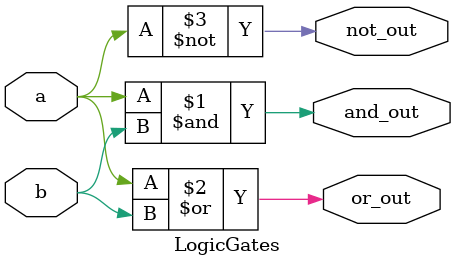
<source format=v>
module LogicGates (
    input wire a,       // Entrada A
    input wire b,       // Entrada B
    output wire and_out, // Saída da porta lógica AND
    output wire or_out,  // Saída da porta lógica OR
    output wire not_out  // Saída da porta lógica NOT
);

    // Implementação das portas lógicas
    assign and_out = a & b;  // Saída AND
    assign or_out = a | b;   // Saída OR
    assign not_out = ~a;     // Saída NOT (inverte a entrada A)

endmodule
</source>
